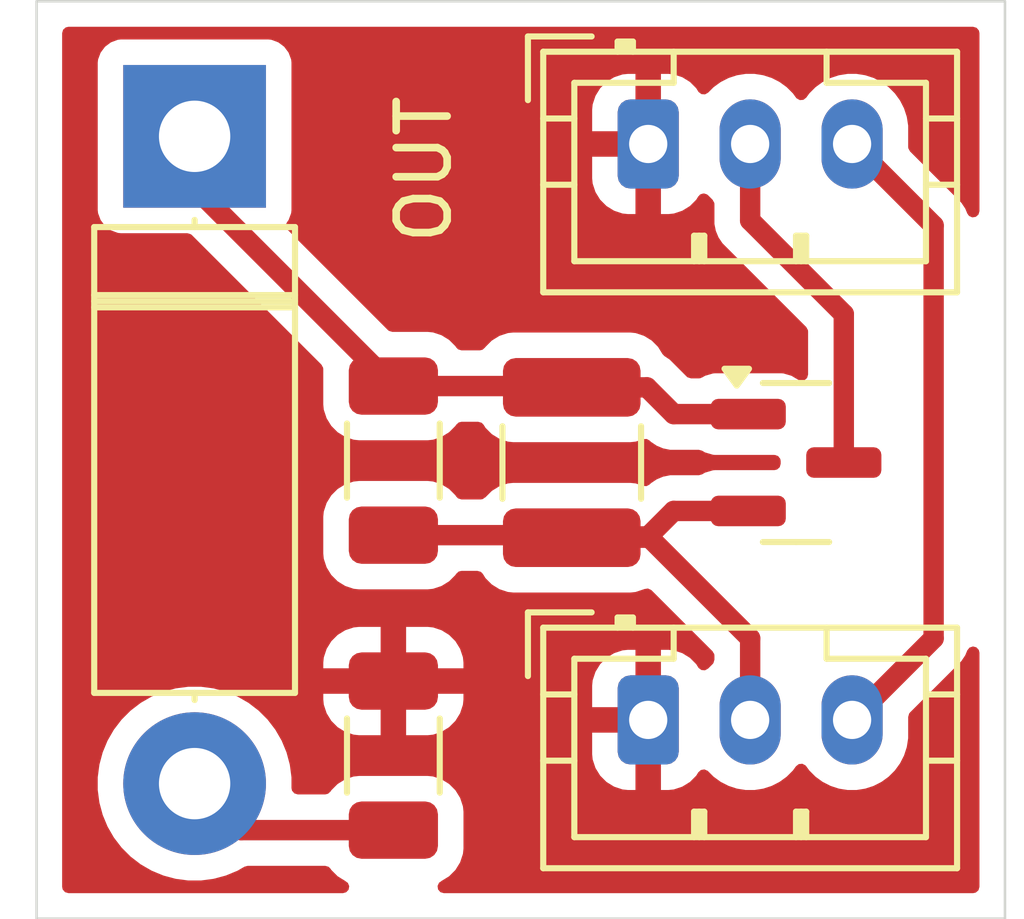
<source format=kicad_pcb>
(kicad_pcb (version 20241129) (generator "pcbnew") (generator_version "9.0")
  (layers (0 "F.Cu" signal) (2 "B.Cu" signal) (13 "F.Paste" user) (15 "B.Paste" user) (5 "F.SilkS" user "F.Silkscreen") (7 "B.SilkS" user "B.Silkscreen") (1 "F.Mask" user) (3 "B.Mask" user) (25 "Edge.Cuts" user))
  (net 0 "")
  (net 1 "Net-(D1-K)")
  (net 2 "GND")
  (net 3 "/FAN")
  (net 4 "Net-(D1-A)")
  (net 5 "+12V")
  (net 6 "/TACHOMETER")
  (footprint "Resistor_SMD:R_1206_3216Metric" (layer "F.Cu") (at 134 88.8 -90)
    (property "Reference" "R2" (hide yes))
    (property "Value" "1k")
    (fp_line (start -0.727064 0.91) (end 0.727064 0.91) (stroke (width 0.12)) (layer "F.SilkS"))
    (fp_line (start -0.727064 -0.91) (end 0.727064 -0.91) (stroke (width 0.12)) (layer "F.SilkS"))
    (pad "1" smd roundrect (at -1.4625 0 270) (size 1.125 1.75) (layers "F.Cu" "F.Mask" "F.Paste") (roundrect_rratio 0.222222) (net 2 "GND"))
    (pad "2" smd roundrect (at 1.4625 0 270) (size 1.125 1.75) (layers "F.Cu" "F.Mask" "F.Paste") (roundrect_rratio 0.222222) (net 4 "Net-(D1-A)"))
  )
  (footprint "Package_TO_SOT_SMD:SOT-23" (layer "F.Cu") (at 141.9 83.05)
    (property "Reference" "Q1" (hide yes))
    (property "Value" "PMOS 9301")
    (fp_line (start 0 -1.56) (end -0.65 -1.56) (stroke (width 0.12)) (layer "F.SilkS"))
    (fp_line (start 0 -1.56) (end 0.65 -1.56) (stroke (width 0.12)) (layer "F.SilkS"))
    (fp_line (start 0 1.56) (end -0.65 1.56) (stroke (width 0.12)) (layer "F.SilkS"))
    (fp_line (start 0 1.56) (end 0.65 1.56) (stroke (width 0.12)) (layer "F.SilkS"))
    (fp_poly (pts (xy -1.1625 -1.51) (xy -1.4025 -1.84) (xy -0.9225 -1.84) (xy -1.1625 -1.51)) (stroke (width 0.12)) (fill yes) (layer "F.SilkS"))
    (pad "1" smd roundrect (at -0.9375 -0.95) (size 1.475 0.6) (layers "F.Cu" "F.Mask" "F.Paste") (net 1 "Net-(D1-K)"))
    (pad "2" smd roundrect (at -0.9375 0.95) (size 1.475 0.6) (layers "F.Cu" "F.Mask" "F.Paste") (net 5 "+12V"))
    (pad "3" smd roundrect (at 0.9375 0) (size 1.475 0.6) (layers "F.Cu" "F.Mask" "F.Paste") (net 3 "/FAN"))
  )
  (footprint "Connector_JST:JST_PH_B3B-PH-K_1x03_P2.00mm_Vertical" (layer "F.Cu") (at 139 76.8)
    (property "Reference" "IN2" (hide yes))
    (property "Value" "OUT" (at -4.4 0.5 90) (layer "F.SilkS"))
    (fp_line (start -2.36 -2.11) (end -2.36 -0.86) (stroke (width 0.12)) (layer "F.SilkS"))
    (fp_line (start -2.06 -1.81) (end -2.06 2.91) (stroke (width 0.12)) (layer "F.SilkS"))
    (fp_line (start -2.06 -0.5) (end -1.45 -0.5) (stroke (width 0.12)) (layer "F.SilkS"))
    (fp_line (start -2.06 0.8) (end -1.45 0.8) (stroke (width 0.12)) (layer "F.SilkS"))
    (fp_line (start -2.06 2.91) (end 6.06 2.91) (stroke (width 0.12)) (layer "F.SilkS"))
    (fp_line (start -1.45 -1.2) (end -1.45 2.3) (stroke (width 0.12)) (layer "F.SilkS"))
    (fp_line (start -1.45 2.3) (end 5.45 2.3) (stroke (width 0.12)) (layer "F.SilkS"))
    (fp_line (start -1.11 -2.11) (end -2.36 -2.11) (stroke (width 0.12)) (layer "F.SilkS"))
    (fp_line (start -0.6 -2.01) (end -0.6 -1.81) (stroke (width 0.12)) (layer "F.SilkS"))
    (fp_line (start -0.3 -2.01) (end -0.6 -2.01) (stroke (width 0.12)) (layer "F.SilkS"))
    (fp_line (start -0.3 -1.91) (end -0.6 -1.91) (stroke (width 0.12)) (layer "F.SilkS"))
    (fp_line (start -0.3 -1.81) (end -0.3 -2.01) (stroke (width 0.12)) (layer "F.SilkS"))
    (fp_line (start 0.5 -1.81) (end 0.5 -1.2) (stroke (width 0.12)) (layer "F.SilkS"))
    (fp_line (start 0.5 -1.2) (end -1.45 -1.2) (stroke (width 0.12)) (layer "F.SilkS"))
    (fp_line (start 0.9 1.8) (end 1.1 1.8) (stroke (width 0.12)) (layer "F.SilkS"))
    (fp_line (start 0.9 2.3) (end 0.9 1.8) (stroke (width 0.12)) (layer "F.SilkS"))
    (fp_line (start 1 2.3) (end 1 1.8) (stroke (width 0.12)) (layer "F.SilkS"))
    (fp_line (start 1.1 1.8) (end 1.1 2.3) (stroke (width 0.12)) (layer "F.SilkS"))
    (fp_line (start 2.9 1.8) (end 3.1 1.8) (stroke (width 0.12)) (layer "F.SilkS"))
    (fp_line (start 2.9 2.3) (end 2.9 1.8) (stroke (width 0.12)) (layer "F.SilkS"))
    (fp_line (start 3 2.3) (end 3 1.8) (stroke (width 0.12)) (layer "F.SilkS"))
    (fp_line (start 3.1 1.8) (end 3.1 2.3) (stroke (width 0.12)) (layer "F.SilkS"))
    (fp_line (start 3.5 -1.2) (end 3.5 -1.81) (stroke (width 0.12)) (layer "F.SilkS"))
    (fp_line (start 5.45 -1.2) (end 3.5 -1.2) (stroke (width 0.12)) (layer "F.SilkS"))
    (fp_line (start 5.45 2.3) (end 5.45 -1.2) (stroke (width 0.12)) (layer "F.SilkS"))
    (fp_line (start 6.06 -1.81) (end -2.06 -1.81) (stroke (width 0.12)) (layer "F.SilkS"))
    (fp_line (start 6.06 -0.5) (end 5.45 -0.5) (stroke (width 0.12)) (layer "F.SilkS"))
    (fp_line (start 6.06 0.8) (end 5.45 0.8) (stroke (width 0.12)) (layer "F.SilkS"))
    (fp_line (start 6.06 2.91) (end 6.06 -1.81) (stroke (width 0.12)) (layer "F.SilkS"))
    (pad "1" thru_hole roundrect (at 0 0) (size 1.2 1.75) (drill 0.75) (layers "*.Cu" "*.Mask") (roundrect_rratio 0.208333) (net 2 "GND"))
    (pad "2" thru_hole oval (at 2 0) (size 1.2 1.75) (drill 0.75) (layers "*.Cu" "*.Mask") (net 3 "/FAN"))
    (pad "3" thru_hole oval (at 4 0) (size 1.2 1.75) (drill 0.75) (layers "*.Cu" "*.Mask") (net 6 "/TACHOMETER"))
  )
  (footprint "Diode_THT:D_5W_P12.70mm_Horizontal" (layer "F.Cu") (at 130.1 76.65 -90)
    (property "Reference" "D1" (hide yes))
    (property "Value" "D_Zener")
    (fp_line (start 1.78 1.97) (end 10.92 1.97) (stroke (width 0.12)) (layer "F.SilkS"))
    (fp_line (start 10.92 1.97) (end 10.92 -1.97) (stroke (width 0.12)) (layer "F.SilkS"))
    (fp_line (start 1.64 0) (end 1.78 0) (stroke (width 0.12)) (layer "F.SilkS"))
    (fp_line (start 11.06 0) (end 10.92 0) (stroke (width 0.12)) (layer "F.SilkS"))
    (fp_line (start 1.78 -1.97) (end 1.78 1.97) (stroke (width 0.12)) (layer "F.SilkS"))
    (fp_line (start 3.115 -1.97) (end 3.115 1.97) (stroke (width 0.12)) (layer "F.SilkS"))
    (fp_line (start 3.235 -1.97) (end 3.235 1.97) (stroke (width 0.12)) (layer "F.SilkS"))
    (fp_line (start 3.355 -1.97) (end 3.355 1.97) (stroke (width 0.12)) (layer "F.SilkS"))
    (fp_line (start 10.92 -1.97) (end 1.78 -1.97) (stroke (width 0.12)) (layer "F.SilkS"))
    (pad "1" thru_hole rect (at 0 0 270) (size 2.8 2.8) (drill 1.4) (layers "*.Cu" "*.Mask") (net 1 "Net-(D1-K)"))
    (pad "2" thru_hole oval (at 12.7 0 270) (size 2.8 2.8) (drill 1.4) (layers "*.Cu" "*.Mask") (net 4 "Net-(D1-A)"))
  )
  (footprint "Capacitor_SMD:C_1210_3225Metric" (layer "F.Cu") (at 137.5 83.05 -90)
    (property "Reference" "C1" (hide yes))
    (property "Value" "22uF")
    (fp_line (start -0.711252 1.36) (end 0.711252 1.36) (stroke (width 0.12)) (layer "F.SilkS"))
    (fp_line (start -0.711252 -1.36) (end 0.711252 -1.36) (stroke (width 0.12)) (layer "F.SilkS"))
    (pad "1" smd roundrect (at -1.475 0 270) (size 1.15 2.7) (layers "F.Cu" "F.Mask" "F.Paste") (roundrect_rratio 0.217391) (net 1 "Net-(D1-K)"))
    (pad "2" smd roundrect (at 1.475 0 270) (size 1.15 2.7) (layers "F.Cu" "F.Mask" "F.Paste") (roundrect_rratio 0.217391) (net 5 "+12V"))
  )
  (footprint "Resistor_SMD:R_1206_3216Metric" (layer "F.Cu") (at 134 83.0125 -90)
    (property "Reference" "R1" (hide yes))
    (property "Value" "10k")
    (fp_line (start -0.727064 0.91) (end 0.727064 0.91) (stroke (width 0.12)) (layer "F.SilkS"))
    (fp_line (start -0.727064 -0.91) (end 0.727064 -0.91) (stroke (width 0.12)) (layer "F.SilkS"))
    (pad "1" smd roundrect (at -1.4625 0 270) (size 1.125 1.75) (layers "F.Cu" "F.Mask" "F.Paste") (roundrect_rratio 0.222222) (net 1 "Net-(D1-K)"))
    (pad "2" smd roundrect (at 1.4625 0 270) (size 1.125 1.75) (layers "F.Cu" "F.Mask" "F.Paste") (roundrect_rratio 0.222222) (net 5 "+12V"))
  )
  (footprint "Connector_JST:JST_PH_B3B-PH-K_1x03_P2.00mm_Vertical" (layer "F.Cu") (at 139 88.1)
    (property "Reference" "IN1" (hide yes))
    (property "Value" "y1=0 y2=8 td=10m tr=1m tf=1m tw=100n per=10m" (hide yes))
    (fp_line (start -2.36 -2.11) (end -2.36 -0.86) (stroke (width 0.12)) (layer "F.SilkS"))
    (fp_line (start -2.06 -1.81) (end -2.06 2.91) (stroke (width 0.12)) (layer "F.SilkS"))
    (fp_line (start -2.06 -0.5) (end -1.45 -0.5) (stroke (width 0.12)) (layer "F.SilkS"))
    (fp_line (start -2.06 0.8) (end -1.45 0.8) (stroke (width 0.12)) (layer "F.SilkS"))
    (fp_line (start -2.06 2.91) (end 6.06 2.91) (stroke (width 0.12)) (layer "F.SilkS"))
    (fp_line (start -1.45 -1.2) (end -1.45 2.3) (stroke (width 0.12)) (layer "F.SilkS"))
    (fp_line (start -1.45 2.3) (end 5.45 2.3) (stroke (width 0.12)) (layer "F.SilkS"))
    (fp_line (start -1.11 -2.11) (end -2.36 -2.11) (stroke (width 0.12)) (layer "F.SilkS"))
    (fp_line (start -0.6 -2.01) (end -0.6 -1.81) (stroke (width 0.12)) (layer "F.SilkS"))
    (fp_line (start -0.3 -2.01) (end -0.6 -2.01) (stroke (width 0.12)) (layer "F.SilkS"))
    (fp_line (start -0.3 -1.91) (end -0.6 -1.91) (stroke (width 0.12)) (layer "F.SilkS"))
    (fp_line (start -0.3 -1.81) (end -0.3 -2.01) (stroke (width 0.12)) (layer "F.SilkS"))
    (fp_line (start 0.5 -1.81) (end 0.5 -1.2) (stroke (width 0.12)) (layer "F.SilkS"))
    (fp_line (start 0.5 -1.2) (end -1.45 -1.2) (stroke (width 0.12)) (layer "F.SilkS"))
    (fp_line (start 0.9 1.8) (end 1.1 1.8) (stroke (width 0.12)) (layer "F.SilkS"))
    (fp_line (start 0.9 2.3) (end 0.9 1.8) (stroke (width 0.12)) (layer "F.SilkS"))
    (fp_line (start 1 2.3) (end 1 1.8) (stroke (width 0.12)) (layer "F.SilkS"))
    (fp_line (start 1.1 1.8) (end 1.1 2.3) (stroke (width 0.12)) (layer "F.SilkS"))
    (fp_line (start 2.9 1.8) (end 3.1 1.8) (stroke (width 0.12)) (layer "F.SilkS"))
    (fp_line (start 2.9 2.3) (end 2.9 1.8) (stroke (width 0.12)) (layer "F.SilkS"))
    (fp_line (start 3 2.3) (end 3 1.8) (stroke (width 0.12)) (layer "F.SilkS"))
    (fp_line (start 3.1 1.8) (end 3.1 2.3) (stroke (width 0.12)) (layer "F.SilkS"))
    (fp_line (start 3.5 -1.2) (end 3.5 -1.81) (stroke (width 0.12)) (layer "F.SilkS"))
    (fp_line (start 5.45 -1.2) (end 3.5 -1.2) (stroke (width 0.12)) (layer "F.SilkS"))
    (fp_line (start 5.45 2.3) (end 5.45 -1.2) (stroke (width 0.12)) (layer "F.SilkS"))
    (fp_line (start 6.06 -1.81) (end -2.06 -1.81) (stroke (width 0.12)) (layer "F.SilkS"))
    (fp_line (start 6.06 -0.5) (end 5.45 -0.5) (stroke (width 0.12)) (layer "F.SilkS"))
    (fp_line (start 6.06 0.8) (end 5.45 0.8) (stroke (width 0.12)) (layer "F.SilkS"))
    (fp_line (start 6.06 2.91) (end 6.06 -1.81) (stroke (width 0.12)) (layer "F.SilkS"))
    (pad "1" thru_hole roundrect (at 0 0) (size 1.2 1.75) (drill 0.75) (layers "*.Cu" "*.Mask") (roundrect_rratio 0.208333) (net 2 "GND"))
    (pad "2" thru_hole oval (at 2 0) (size 1.2 1.75) (drill 0.75) (layers "*.Cu" "*.Mask") (net 5 "+12V"))
    (pad "3" thru_hole oval (at 4 0) (size 1.2 1.75) (drill 0.75) (layers "*.Cu" "*.Mask") (net 6 "/TACHOMETER"))
  )
  (gr_rect (start 127 74) (end 146 92) (stroke (width 0.05)) (fill no) (layer "Edge.Cuts"))
  (segment (start 138.975 81.575) (end 139.5 82.1) (width 0.4) (layer "F.Cu") (net 1))
  (segment (start 130.1 76.65) (end 130.1 77.65) (width 0.4) (layer "F.Cu") (net 1))
  (segment (start 137.125 81.55) (end 137.2 81.475) (width 0.2) (layer "F.Cu") (net 1))
  (segment (start 130.1 77.65) (end 134 81.55) (width 0.4) (layer "F.Cu") (net 1))
  (segment (start 134 81.55) (end 137.475 81.55) (width 0.4) (layer "F.Cu") (net 1))
  (segment (start 139.5 82.1) (end 140.9625 82.1) (width 0.4) (layer "F.Cu") (net 1))
  (segment (start 137.5 81.575) (end 138.975 81.575) (width 0.4) (layer "F.Cu") (net 1))
  (segment (start 137.475 81.55) (end 137.5 81.575) (width 0.4) (layer "F.Cu") (net 1))
  (segment (start 142.8375 80.1375) (end 142.8375 83.05) (width 0.4) (layer "F.Cu") (net 3))
  (segment (start 141 78.3) (end 142.8375 80.1375) (width 0.4) (layer "F.Cu") (net 3))
  (segment (start 141 76.8) (end 141 78.3) (width 0.4) (layer "F.Cu") (net 3))
  (segment (start 134 90.2625) (end 131.0125 90.2625) (width 0.4) (layer "F.Cu") (net 4))
  (segment (start 131.0125 90.2625) (end 130.1 89.35) (width 0.4) (layer "F.Cu") (net 4))
  (segment (start 137.5 84.525) (end 139.025 84.525) (width 0.4) (layer "F.Cu") (net 5))
  (segment (start 137.05 84.475) (end 137.2 84.625) (width 0.2) (layer "F.Cu") (net 5))
  (segment (start 134 84.475) (end 137.45 84.475) (width 0.4) (layer "F.Cu") (net 5))
  (segment (start 141 86.5) (end 141 88.1) (width 0.4) (layer "F.Cu") (net 5))
  (segment (start 140.625 84) (end 139.5 84) (width 0.4) (layer "F.Cu") (net 5))
  (segment (start 137.525 84.5) (end 137.5 84.525) (width 0.4) (layer "F.Cu") (net 5))
  (segment (start 139 84.5) (end 137.525 84.5) (width 0.4) (layer "F.Cu") (net 5))
  (segment (start 139.025 84.525) (end 141 86.5) (width 0.4) (layer "F.Cu") (net 5))
  (segment (start 139.5 84) (end 139 84.5) (width 0.4) (layer "F.Cu") (net 5))
  (segment (start 137.45 84.475) (end 137.5 84.525) (width 0.4) (layer "F.Cu") (net 5))
  (segment (start 144.6 86.5) (end 143 88.1) (width 0.4) (layer "F.Cu") (net 6))
  (segment (start 143 76.8) (end 144.6 78.4) (width 0.4) (layer "F.Cu") (net 6))
  (segment (start 144.6 78.4) (end 144.6 86.5) (width 0.4) (layer "F.Cu") (net 6))
  (zone (net 2) (net_name "GND") (layer "F.Cu") (connect_pads (clearance 0.5)) (min_thickness 0.25) (fill yes (thermal_gap 0.5) (thermal_bridge_width 0.5))
    (polygon (pts (xy 127 74) (xy 146 74) (xy 146 92) (xy 127 92)))
  )
)
</source>
